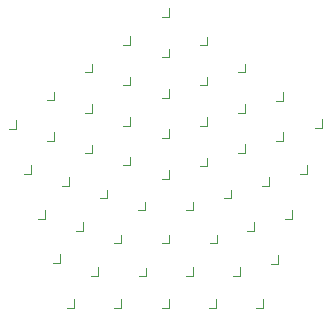
<source format=gbr>
%TF.GenerationSoftware,KiCad,Pcbnew,(5.1.9-0-10_14)*%
%TF.CreationDate,2021-12-13T14:59:41-05:00*%
%TF.ProjectId,dodecahedron_n4,646f6465-6361-4686-9564-726f6e5f6e34,rev?*%
%TF.SameCoordinates,Original*%
%TF.FileFunction,Legend,Top*%
%TF.FilePolarity,Positive*%
%FSLAX46Y46*%
G04 Gerber Fmt 4.6, Leading zero omitted, Abs format (unit mm)*
G04 Created by KiCad (PCBNEW (5.1.9-0-10_14)) date 2021-12-13 14:59:41*
%MOMM*%
%LPD*%
G01*
G04 APERTURE LIST*
%ADD10C,0.120000*%
G04 APERTURE END LIST*
D10*
%TO.C,D3*%
X82920000Y-56515000D02*
X83520000Y-56515000D01*
X83520000Y-56515000D02*
X83520000Y-55815000D01*
%TO.C,D11*%
X90921000Y-61976000D02*
X91521000Y-61976000D01*
X91521000Y-61976000D02*
X91521000Y-61276000D01*
%TO.C,D14*%
X89397000Y-48831500D02*
X89997000Y-48831500D01*
X89997000Y-48831500D02*
X89997000Y-48131500D01*
%TO.C,D51*%
X75519000Y-61976000D02*
X75519000Y-61276000D01*
X74919000Y-61976000D02*
X75519000Y-61976000D01*
%TO.C,D50*%
X74312500Y-58166000D02*
X74312500Y-57466000D01*
X73712500Y-58166000D02*
X74312500Y-58166000D01*
%TO.C,D49*%
X73042500Y-54419500D02*
X73042500Y-53719500D01*
X72442500Y-54419500D02*
X73042500Y-54419500D01*
%TO.C,D48*%
X71836000Y-50609500D02*
X71836000Y-49909500D01*
X71236000Y-50609500D02*
X71836000Y-50609500D01*
%TO.C,D47*%
X77551000Y-59245500D02*
X77551000Y-58545500D01*
X76951000Y-59245500D02*
X77551000Y-59245500D01*
%TO.C,D46*%
X76281000Y-55435500D02*
X76281000Y-54735500D01*
X75681000Y-55435500D02*
X76281000Y-55435500D01*
%TO.C,D45*%
X75074500Y-51625500D02*
X75074500Y-50925500D01*
X74474500Y-51625500D02*
X75074500Y-51625500D01*
%TO.C,D44*%
X79519500Y-56515000D02*
X79519500Y-55815000D01*
X78919500Y-56515000D02*
X79519500Y-56515000D01*
%TO.C,D43*%
X78313000Y-52705000D02*
X78313000Y-52005000D01*
X77713000Y-52705000D02*
X78313000Y-52705000D01*
%TO.C,D42*%
X81551500Y-53721000D02*
X81551500Y-53021000D01*
X80951500Y-53721000D02*
X81551500Y-53721000D01*
%TO.C,D41*%
X70566000Y-46799500D02*
X70566000Y-46099500D01*
X69966000Y-46799500D02*
X70566000Y-46799500D01*
%TO.C,D40*%
X73804500Y-44386500D02*
X73804500Y-43686500D01*
X73204500Y-44386500D02*
X73804500Y-44386500D01*
%TO.C,D39*%
X77043000Y-42037000D02*
X77043000Y-41337000D01*
X76443000Y-42037000D02*
X77043000Y-42037000D01*
%TO.C,D38*%
X80281500Y-39687500D02*
X80281500Y-38987500D01*
X79681500Y-39687500D02*
X80281500Y-39687500D01*
%TO.C,D37*%
X73804500Y-47815500D02*
X73804500Y-47115500D01*
X73204500Y-47815500D02*
X73804500Y-47815500D01*
%TO.C,D36*%
X77043000Y-45466000D02*
X77043000Y-44766000D01*
X76443000Y-45466000D02*
X77043000Y-45466000D01*
%TO.C,D35*%
X80281500Y-43116500D02*
X80281500Y-42416500D01*
X79681500Y-43116500D02*
X80281500Y-43116500D01*
%TO.C,D34*%
X76443000Y-48895000D02*
X77043000Y-48895000D01*
X77043000Y-48895000D02*
X77043000Y-48195000D01*
%TO.C,D33*%
X79681500Y-46545500D02*
X80281500Y-46545500D01*
X80281500Y-46545500D02*
X80281500Y-45845500D01*
%TO.C,D32*%
X80281500Y-49911000D02*
X80281500Y-49211000D01*
X79681500Y-49911000D02*
X80281500Y-49911000D01*
%TO.C,D31*%
X83520000Y-37338000D02*
X83520000Y-36638000D01*
X82920000Y-37338000D02*
X83520000Y-37338000D01*
%TO.C,D30*%
X86758500Y-39751000D02*
X86758500Y-39051000D01*
X86158500Y-39751000D02*
X86758500Y-39751000D01*
%TO.C,D29*%
X89997000Y-42037000D02*
X89997000Y-41337000D01*
X89397000Y-42037000D02*
X89997000Y-42037000D01*
%TO.C,D28*%
X93235500Y-44450000D02*
X93235500Y-43750000D01*
X92635500Y-44450000D02*
X93235500Y-44450000D01*
%TO.C,D27*%
X83520000Y-40767000D02*
X83520000Y-40067000D01*
X82920000Y-40767000D02*
X83520000Y-40767000D01*
%TO.C,D26*%
X86158500Y-43116500D02*
X86758500Y-43116500D01*
X86758500Y-43116500D02*
X86758500Y-42416500D01*
%TO.C,D25*%
X89397000Y-45466000D02*
X89997000Y-45466000D01*
X89997000Y-45466000D02*
X89997000Y-44766000D01*
%TO.C,D24*%
X82920000Y-44196000D02*
X83520000Y-44196000D01*
X83520000Y-44196000D02*
X83520000Y-43496000D01*
%TO.C,D23*%
X86158500Y-46545500D02*
X86758500Y-46545500D01*
X86758500Y-46545500D02*
X86758500Y-45845500D01*
%TO.C,D22*%
X83520000Y-47561500D02*
X83520000Y-46861500D01*
X82920000Y-47561500D02*
X83520000Y-47561500D01*
%TO.C,D21*%
X96474000Y-46736000D02*
X96474000Y-46036000D01*
X95874000Y-46736000D02*
X96474000Y-46736000D01*
%TO.C,D20*%
X95267500Y-50609500D02*
X95267500Y-49909500D01*
X94667500Y-50609500D02*
X95267500Y-50609500D01*
%TO.C,D19*%
X93397500Y-54419500D02*
X93997500Y-54419500D01*
X93997500Y-54419500D02*
X93997500Y-53719500D01*
%TO.C,D18*%
X92791000Y-58229500D02*
X92791000Y-57529500D01*
X92191000Y-58229500D02*
X92791000Y-58229500D01*
%TO.C,D17*%
X92635500Y-47815500D02*
X93235500Y-47815500D01*
X93235500Y-47815500D02*
X93235500Y-47115500D01*
%TO.C,D16*%
X91429000Y-51625500D02*
X92029000Y-51625500D01*
X92029000Y-51625500D02*
X92029000Y-50925500D01*
%TO.C,D15*%
X90159000Y-55435500D02*
X90759000Y-55435500D01*
X90759000Y-55435500D02*
X90759000Y-54735500D01*
%TO.C,D13*%
X88190500Y-52705000D02*
X88790500Y-52705000D01*
X88790500Y-52705000D02*
X88790500Y-52005000D01*
%TO.C,D12*%
X86158500Y-49974500D02*
X86758500Y-49974500D01*
X86758500Y-49974500D02*
X86758500Y-49274500D01*
%TO.C,D10*%
X86920500Y-61976000D02*
X87520500Y-61976000D01*
X87520500Y-61976000D02*
X87520500Y-61276000D01*
%TO.C,D9*%
X83520000Y-61976000D02*
X83520000Y-61276000D01*
X82920000Y-61976000D02*
X83520000Y-61976000D01*
%TO.C,D8*%
X79519500Y-61976000D02*
X79519500Y-61276000D01*
X78919500Y-61976000D02*
X79519500Y-61976000D01*
%TO.C,D7*%
X89552500Y-59245500D02*
X89552500Y-58545500D01*
X88952500Y-59245500D02*
X89552500Y-59245500D01*
%TO.C,D6*%
X85552000Y-59245500D02*
X85552000Y-58545500D01*
X84952000Y-59245500D02*
X85552000Y-59245500D01*
%TO.C,D5*%
X81576000Y-59267000D02*
X81576000Y-58567000D01*
X80976000Y-59267000D02*
X81576000Y-59267000D01*
%TO.C,D4*%
X87584000Y-56515000D02*
X87584000Y-55815000D01*
X86984000Y-56515000D02*
X87584000Y-56515000D01*
%TO.C,D2*%
X85552000Y-53721000D02*
X85552000Y-53021000D01*
X84952000Y-53721000D02*
X85552000Y-53721000D01*
%TO.C,D1*%
X82920000Y-51054000D02*
X83520000Y-51054000D01*
X83520000Y-51054000D02*
X83520000Y-50354000D01*
%TD*%
M02*

</source>
